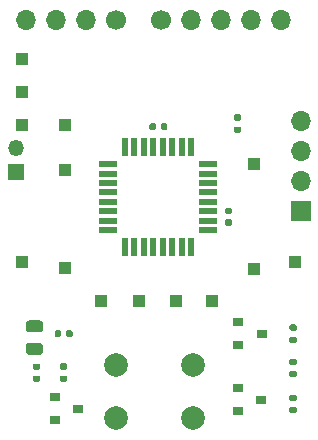
<source format=gts>
%TF.GenerationSoftware,KiCad,Pcbnew,5.1.10-88a1d61d58~88~ubuntu18.04.1*%
%TF.CreationDate,2021-08-09T12:07:12+05:30*%
%TF.ProjectId,dhadak,64686164-616b-42e6-9b69-6361645f7063,1*%
%TF.SameCoordinates,Original*%
%TF.FileFunction,Soldermask,Top*%
%TF.FilePolarity,Negative*%
%FSLAX46Y46*%
G04 Gerber Fmt 4.6, Leading zero omitted, Abs format (unit mm)*
G04 Created by KiCad (PCBNEW 5.1.10-88a1d61d58~88~ubuntu18.04.1) date 2021-08-09 12:07:12*
%MOMM*%
%LPD*%
G01*
G04 APERTURE LIST*
%ADD10R,1.000000X1.000000*%
%ADD11O,1.700000X1.700000*%
%ADD12C,1.700000*%
%ADD13R,1.700000X1.700000*%
%ADD14R,1.350000X1.350000*%
%ADD15O,1.350000X1.350000*%
%ADD16R,0.900000X0.800000*%
%ADD17C,2.000000*%
%ADD18R,1.600000X0.550000*%
%ADD19R,0.550000X1.600000*%
G04 APERTURE END LIST*
%TO.C,C8*%
G36*
G01*
X121201200Y-119006200D02*
X120251200Y-119006200D01*
G75*
G02*
X120001200Y-118756200I0J250000D01*
G01*
X120001200Y-118256200D01*
G75*
G02*
X120251200Y-118006200I250000J0D01*
G01*
X121201200Y-118006200D01*
G75*
G02*
X121451200Y-118256200I0J-250000D01*
G01*
X121451200Y-118756200D01*
G75*
G02*
X121201200Y-119006200I-250000J0D01*
G01*
G37*
G36*
G01*
X121201200Y-120906200D02*
X120251200Y-120906200D01*
G75*
G02*
X120001200Y-120656200I0J250000D01*
G01*
X120001200Y-120156200D01*
G75*
G02*
X120251200Y-119906200I250000J0D01*
G01*
X121201200Y-119906200D01*
G75*
G02*
X121451200Y-120156200I0J-250000D01*
G01*
X121451200Y-120656200D01*
G75*
G02*
X121201200Y-120906200I-250000J0D01*
G01*
G37*
%TD*%
D10*
%TO.C,TP14*%
X142748000Y-113030000D03*
%TD*%
%TO.C,TP11*%
X119634000Y-113030000D03*
%TD*%
%TO.C,TP10*%
X119634000Y-101473000D03*
%TD*%
%TO.C,TP13*%
X123317000Y-113538000D03*
%TD*%
%TO.C,TP12*%
X139319000Y-113665000D03*
%TD*%
D11*
%TO.C,J2*%
X120015000Y-92583000D03*
X122555000Y-92583000D03*
X125095000Y-92583000D03*
D12*
X127635000Y-92583000D03*
%TD*%
%TO.C,J4*%
X131445000Y-92583000D03*
D11*
X133985000Y-92583000D03*
X136525000Y-92583000D03*
X139065000Y-92583000D03*
X141605000Y-92583000D03*
%TD*%
%TO.C,R3*%
G36*
G01*
X138107000Y-101106000D02*
X137737000Y-101106000D01*
G75*
G02*
X137602000Y-100971000I0J135000D01*
G01*
X137602000Y-100701000D01*
G75*
G02*
X137737000Y-100566000I135000J0D01*
G01*
X138107000Y-100566000D01*
G75*
G02*
X138242000Y-100701000I0J-135000D01*
G01*
X138242000Y-100971000D01*
G75*
G02*
X138107000Y-101106000I-135000J0D01*
G01*
G37*
G36*
G01*
X138107000Y-102126000D02*
X137737000Y-102126000D01*
G75*
G02*
X137602000Y-101991000I0J135000D01*
G01*
X137602000Y-101721000D01*
G75*
G02*
X137737000Y-101586000I135000J0D01*
G01*
X138107000Y-101586000D01*
G75*
G02*
X138242000Y-101721000I0J-135000D01*
G01*
X138242000Y-101991000D01*
G75*
G02*
X138107000Y-102126000I-135000J0D01*
G01*
G37*
%TD*%
%TO.C,R13*%
G36*
G01*
X121089000Y-122190000D02*
X120719000Y-122190000D01*
G75*
G02*
X120584000Y-122055000I0J135000D01*
G01*
X120584000Y-121785000D01*
G75*
G02*
X120719000Y-121650000I135000J0D01*
G01*
X121089000Y-121650000D01*
G75*
G02*
X121224000Y-121785000I0J-135000D01*
G01*
X121224000Y-122055000D01*
G75*
G02*
X121089000Y-122190000I-135000J0D01*
G01*
G37*
G36*
G01*
X121089000Y-123210000D02*
X120719000Y-123210000D01*
G75*
G02*
X120584000Y-123075000I0J135000D01*
G01*
X120584000Y-122805000D01*
G75*
G02*
X120719000Y-122670000I135000J0D01*
G01*
X121089000Y-122670000D01*
G75*
G02*
X121224000Y-122805000I0J-135000D01*
G01*
X121224000Y-123075000D01*
G75*
G02*
X121089000Y-123210000I-135000J0D01*
G01*
G37*
%TD*%
%TO.C,R12*%
G36*
G01*
X123375000Y-122186000D02*
X123005000Y-122186000D01*
G75*
G02*
X122870000Y-122051000I0J135000D01*
G01*
X122870000Y-121781000D01*
G75*
G02*
X123005000Y-121646000I135000J0D01*
G01*
X123375000Y-121646000D01*
G75*
G02*
X123510000Y-121781000I0J-135000D01*
G01*
X123510000Y-122051000D01*
G75*
G02*
X123375000Y-122186000I-135000J0D01*
G01*
G37*
G36*
G01*
X123375000Y-123206000D02*
X123005000Y-123206000D01*
G75*
G02*
X122870000Y-123071000I0J135000D01*
G01*
X122870000Y-122801000D01*
G75*
G02*
X123005000Y-122666000I135000J0D01*
G01*
X123375000Y-122666000D01*
G75*
G02*
X123510000Y-122801000I0J-135000D01*
G01*
X123510000Y-123071000D01*
G75*
G02*
X123375000Y-123206000I-135000J0D01*
G01*
G37*
%TD*%
%TO.C,R11*%
G36*
G01*
X142806000Y-119906000D02*
X142436000Y-119906000D01*
G75*
G02*
X142301000Y-119771000I0J135000D01*
G01*
X142301000Y-119501000D01*
G75*
G02*
X142436000Y-119366000I135000J0D01*
G01*
X142806000Y-119366000D01*
G75*
G02*
X142941000Y-119501000I0J-135000D01*
G01*
X142941000Y-119771000D01*
G75*
G02*
X142806000Y-119906000I-135000J0D01*
G01*
G37*
G36*
G01*
X142806000Y-118886000D02*
X142436000Y-118886000D01*
G75*
G02*
X142301000Y-118751000I0J135000D01*
G01*
X142301000Y-118481000D01*
G75*
G02*
X142436000Y-118346000I135000J0D01*
G01*
X142806000Y-118346000D01*
G75*
G02*
X142941000Y-118481000I0J-135000D01*
G01*
X142941000Y-118751000D01*
G75*
G02*
X142806000Y-118886000I-135000J0D01*
G01*
G37*
%TD*%
%TO.C,R10*%
G36*
G01*
X142436000Y-125337000D02*
X142806000Y-125337000D01*
G75*
G02*
X142941000Y-125472000I0J-135000D01*
G01*
X142941000Y-125742000D01*
G75*
G02*
X142806000Y-125877000I-135000J0D01*
G01*
X142436000Y-125877000D01*
G75*
G02*
X142301000Y-125742000I0J135000D01*
G01*
X142301000Y-125472000D01*
G75*
G02*
X142436000Y-125337000I135000J0D01*
G01*
G37*
G36*
G01*
X142436000Y-124317000D02*
X142806000Y-124317000D01*
G75*
G02*
X142941000Y-124452000I0J-135000D01*
G01*
X142941000Y-124722000D01*
G75*
G02*
X142806000Y-124857000I-135000J0D01*
G01*
X142436000Y-124857000D01*
G75*
G02*
X142301000Y-124722000I0J135000D01*
G01*
X142301000Y-124452000D01*
G75*
G02*
X142436000Y-124317000I135000J0D01*
G01*
G37*
%TD*%
%TO.C,R9*%
G36*
G01*
X142436000Y-122287000D02*
X142806000Y-122287000D01*
G75*
G02*
X142941000Y-122422000I0J-135000D01*
G01*
X142941000Y-122692000D01*
G75*
G02*
X142806000Y-122827000I-135000J0D01*
G01*
X142436000Y-122827000D01*
G75*
G02*
X142301000Y-122692000I0J135000D01*
G01*
X142301000Y-122422000D01*
G75*
G02*
X142436000Y-122287000I135000J0D01*
G01*
G37*
G36*
G01*
X142436000Y-121267000D02*
X142806000Y-121267000D01*
G75*
G02*
X142941000Y-121402000I0J-135000D01*
G01*
X142941000Y-121672000D01*
G75*
G02*
X142806000Y-121807000I-135000J0D01*
G01*
X142436000Y-121807000D01*
G75*
G02*
X142301000Y-121672000I0J135000D01*
G01*
X142301000Y-121402000D01*
G75*
G02*
X142436000Y-121267000I135000J0D01*
G01*
G37*
%TD*%
%TO.C,C7*%
G36*
G01*
X123390000Y-119296000D02*
X123390000Y-118956000D01*
G75*
G02*
X123530000Y-118816000I140000J0D01*
G01*
X123810000Y-118816000D01*
G75*
G02*
X123950000Y-118956000I0J-140000D01*
G01*
X123950000Y-119296000D01*
G75*
G02*
X123810000Y-119436000I-140000J0D01*
G01*
X123530000Y-119436000D01*
G75*
G02*
X123390000Y-119296000I0J140000D01*
G01*
G37*
G36*
G01*
X122430000Y-119296000D02*
X122430000Y-118956000D01*
G75*
G02*
X122570000Y-118816000I140000J0D01*
G01*
X122850000Y-118816000D01*
G75*
G02*
X122990000Y-118956000I0J-140000D01*
G01*
X122990000Y-119296000D01*
G75*
G02*
X122850000Y-119436000I-140000J0D01*
G01*
X122570000Y-119436000D01*
G75*
G02*
X122430000Y-119296000I0J140000D01*
G01*
G37*
%TD*%
%TO.C,C2*%
G36*
G01*
X136990000Y-109420000D02*
X137330000Y-109420000D01*
G75*
G02*
X137470000Y-109560000I0J-140000D01*
G01*
X137470000Y-109840000D01*
G75*
G02*
X137330000Y-109980000I-140000J0D01*
G01*
X136990000Y-109980000D01*
G75*
G02*
X136850000Y-109840000I0J140000D01*
G01*
X136850000Y-109560000D01*
G75*
G02*
X136990000Y-109420000I140000J0D01*
G01*
G37*
G36*
G01*
X136990000Y-108460000D02*
X137330000Y-108460000D01*
G75*
G02*
X137470000Y-108600000I0J-140000D01*
G01*
X137470000Y-108880000D01*
G75*
G02*
X137330000Y-109020000I-140000J0D01*
G01*
X136990000Y-109020000D01*
G75*
G02*
X136850000Y-108880000I0J140000D01*
G01*
X136850000Y-108600000D01*
G75*
G02*
X136990000Y-108460000I140000J0D01*
G01*
G37*
%TD*%
%TO.C,C1*%
G36*
G01*
X131419000Y-101770000D02*
X131419000Y-101430000D01*
G75*
G02*
X131559000Y-101290000I140000J0D01*
G01*
X131839000Y-101290000D01*
G75*
G02*
X131979000Y-101430000I0J-140000D01*
G01*
X131979000Y-101770000D01*
G75*
G02*
X131839000Y-101910000I-140000J0D01*
G01*
X131559000Y-101910000D01*
G75*
G02*
X131419000Y-101770000I0J140000D01*
G01*
G37*
G36*
G01*
X130459000Y-101770000D02*
X130459000Y-101430000D01*
G75*
G02*
X130599000Y-101290000I140000J0D01*
G01*
X130879000Y-101290000D01*
G75*
G02*
X131019000Y-101430000I0J-140000D01*
G01*
X131019000Y-101770000D01*
G75*
G02*
X130879000Y-101910000I-140000J0D01*
G01*
X130599000Y-101910000D01*
G75*
G02*
X130459000Y-101770000I0J140000D01*
G01*
G37*
%TD*%
%TO.C,J1*%
X143256000Y-101092000D03*
X143256000Y-103632000D03*
X143256000Y-106172000D03*
D13*
X143256000Y-108712000D03*
%TD*%
D14*
%TO.C,J3*%
X119126000Y-105410000D03*
D15*
X119126000Y-103410000D03*
%TD*%
D16*
%TO.C,Q4*%
X137954000Y-118176000D03*
X137954000Y-120076000D03*
X139954000Y-119126000D03*
%TD*%
%TO.C,Q5*%
X137922000Y-123764000D03*
X137922000Y-125664000D03*
X139922000Y-124714000D03*
%TD*%
%TO.C,Q6*%
X122444000Y-124526000D03*
X122444000Y-126426000D03*
X124444000Y-125476000D03*
%TD*%
D17*
%TO.C,SW1*%
X127612000Y-126238000D03*
X127612000Y-121738000D03*
X134112000Y-126238000D03*
X134112000Y-121738000D03*
%TD*%
D10*
%TO.C,TP1*%
X135763000Y-116332000D03*
%TD*%
%TO.C,TP2*%
X129540000Y-116332000D03*
%TD*%
%TO.C,TP3*%
X132715000Y-116332000D03*
%TD*%
%TO.C,TP4*%
X126365000Y-116332000D03*
%TD*%
%TO.C,TP5*%
X119634000Y-95885000D03*
%TD*%
%TO.C,TP6*%
X119634000Y-98679000D03*
%TD*%
%TO.C,TP7*%
X123317000Y-105283000D03*
%TD*%
%TO.C,TP8*%
X139319000Y-104775000D03*
%TD*%
%TO.C,TP9*%
X123317000Y-101473000D03*
%TD*%
D18*
%TO.C,U1*%
X126941000Y-104769000D03*
X126941000Y-105569000D03*
X126941000Y-106369000D03*
X126941000Y-107169000D03*
X126941000Y-107969000D03*
X126941000Y-108769000D03*
X126941000Y-109569000D03*
X126941000Y-110369000D03*
D19*
X128391000Y-111819000D03*
X129191000Y-111819000D03*
X129991000Y-111819000D03*
X130791000Y-111819000D03*
X131591000Y-111819000D03*
X132391000Y-111819000D03*
X133191000Y-111819000D03*
X133991000Y-111819000D03*
D18*
X135441000Y-110369000D03*
X135441000Y-109569000D03*
X135441000Y-108769000D03*
X135441000Y-107969000D03*
X135441000Y-107169000D03*
X135441000Y-106369000D03*
X135441000Y-105569000D03*
X135441000Y-104769000D03*
D19*
X133991000Y-103319000D03*
X133191000Y-103319000D03*
X132391000Y-103319000D03*
X131591000Y-103319000D03*
X130791000Y-103319000D03*
X129991000Y-103319000D03*
X129191000Y-103319000D03*
X128391000Y-103319000D03*
%TD*%
M02*

</source>
